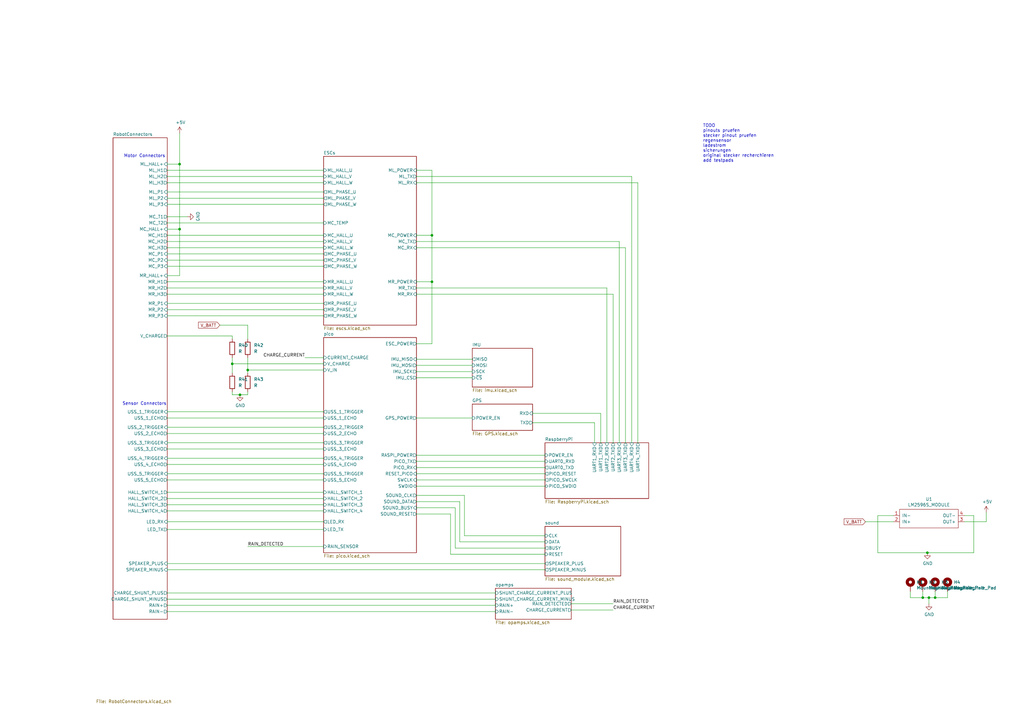
<source format=kicad_sch>
(kicad_sch (version 20211123) (generator eeschema)
  (paper "A3")
  (lib_symbols
    (symbol "Device:R" (pin_numbers hide) (pin_names (offset 0))
      (property "Reference" "R" (at 2.032 0 90))
      (property "Value" "R" (at 0 0 90))
      (symbol "R_0_1"
        (rectangle (start -1.016 -2.54) (end 1.016 2.54) (stroke (width 0.254)))
      )
      (symbol "R_1_1"
        (pin passive line (at 0 3.81 270) (length 1.27) (name "~") (number "1"))
        (pin passive line (at 0 -3.81 90) (length 1.27) (name "~") (number "2"))
      )
    )
    (symbol "Mechanical:MountingHole_Pad" (pin_numbers hide) (pin_names (offset 1.016) hide)
      (property "Reference" "H" (at 0 6.35 0))
      (property "Value" "MountingHole_Pad" (at 0 4.445 0))
      (symbol "MountingHole_Pad_0_1"
        (circle (center 0 1.27) (radius 1.27) (stroke (width 1.27)))
      )
      (symbol "MountingHole_Pad_1_1"
        (pin input line (at 0 -2.54 90) (length 2.54) (name "1") (number "1"))
      )
    )
    (symbol "MyModules:LM2596S_MODULE" (pin_names (offset 1.016))
      (property "Reference" "U" (at 0 0 0))
      (property "Value" "LM2596S_MODULE" (at 0 0 0))
      (symbol "LM2596S_MODULE_0_1"
        (rectangle (start 12.7 2.54) (end -11.43 10.16))
      )
      (symbol "LM2596S_MODULE_1_1"
        (pin power_in line (at 15.24 5.08 180) (length 2.54) (name "IN-") (number "1"))
        (pin power_in line (at 15.24 7.62 180) (length 2.54) (name "IN+") (number "2"))
        (pin power_out line (at -13.97 7.62 0) (length 2.54) (name "OUT+") (number "3"))
        (pin power_out line (at -13.97 5.08 0) (length 2.54) (name "OUT-") (number "4"))
      )
    )
    (symbol "power:+5V" (power) (pin_names (offset 0))
      (property "Value" "+5V" (at 0 3.556 0))
      (symbol "+5V_0_1"
        (polyline (pts (xy -0.762 1.27) (xy 0 2.54)))
        (polyline (pts (xy 0 0) (xy 0 2.54)))
        (polyline (pts (xy 0 2.54) (xy 0.762 1.27)))
      )
      (symbol "+5V_1_1"
        (pin power_in line (at 0 0 90) (length 0) hide (name "+5V") (number "1"))
      )
    )
    (symbol "power:GND" (power) (pin_names (offset 0))
      (property "Value" "GND" (at 0 -3.81 0))
      (symbol "GND_0_1"
        (polyline (pts (xy 0 0) (xy 0 -1.27) (xy 1.27 -1.27) (xy 0 -2.54) (xy -1.27 -1.27) (xy 0 -1.27)))
      )
      (symbol "GND_1_1"
        (pin power_in line (at 0 0 270) (length 0) hide (name "GND") (number "1"))
      )
    )
  )
  (junction (at 73.66 93.98))
  (junction (at 101.6 151.765))
  (junction (at 95.25 149.225))
  (junction (at 98.425 161.925))
  (junction (at 381 245.11))
  (junction (at 383.54 245.11))
  (junction (at 380.365 226.695))
  (junction (at 378.46 245.11))
  (junction (at 177.165 115.57))
  (junction (at 73.66 67.31))
  (junction (at 177.165 96.52))
  (wire (pts (xy 218.44 169.545) (xy 246.38 169.545)))
  (wire (pts (xy 68.58 213.995) (xy 132.715 213.995)))
  (wire (pts (xy 68.58 217.17) (xy 132.715 217.17)))
  (wire (pts (xy 188.595 222.25) (xy 188.595 205.74)))
  (wire (pts (xy 68.58 99.06) (xy 132.715 99.06)))
  (wire (pts (xy 246.38 169.545) (xy 246.38 181.61)))
  (wire (pts (xy 68.58 190.5) (xy 132.715 190.5)))
  (wire (pts (xy 101.6 224.155) (xy 132.715 224.155)))
  (wire (pts (xy 101.6 153.035) (xy 101.6 151.765)))
  (wire (pts (xy 366.395 211.455) (xy 360.045 211.455)))
  (wire (pts (xy 68.58 104.14) (xy 132.715 104.14)))
  (wire (pts (xy 399.415 226.695) (xy 380.365 226.695)))
  (wire (pts (xy 177.165 115.57) (xy 177.165 96.52)))
  (wire (pts (xy 95.25 137.795) (xy 95.25 139.065)))
  (wire (pts (xy 68.58 74.93) (xy 132.715 74.93)))
  (wire (pts (xy 218.44 173.355) (xy 243.84 173.355)))
  (wire (pts (xy 188.595 205.74) (xy 170.815 205.74)))
  (wire (pts (xy 170.815 152.4) (xy 193.675 152.4)))
  (wire (pts (xy 378.46 242.57) (xy 378.46 245.11)))
  (wire (pts (xy 68.58 187.96) (xy 132.715 187.96)))
  (wire (pts (xy 381 245.11) (xy 381 247.65)))
  (wire (pts (xy 68.58 184.15) (xy 132.715 184.15)))
  (wire (pts (xy 223.52 222.25) (xy 188.595 222.25)))
  (wire (pts (xy 68.58 194.31) (xy 132.715 194.31)))
  (wire (pts (xy 170.815 154.94) (xy 193.675 154.94)))
  (wire (pts (xy 399.415 211.455) (xy 399.415 226.695)))
  (wire (pts (xy 95.25 149.225) (xy 95.25 153.035)))
  (wire (pts (xy 68.58 118.11) (xy 132.715 118.11)))
  (wire (pts (xy 90.17 133.35) (xy 101.6 133.35)))
  (wire (pts (xy 190.5 203.2) (xy 190.5 219.71)))
  (wire (pts (xy 170.815 140.97) (xy 177.165 140.97)))
  (wire (pts (xy 101.6 151.765) (xy 132.715 151.765)))
  (wire (pts (xy 95.25 160.655) (xy 95.25 161.925)))
  (wire (pts (xy 170.815 96.52) (xy 177.165 96.52)))
  (wire (pts (xy 170.815 149.86) (xy 193.675 149.86)))
  (wire (pts (xy 383.54 245.11) (xy 388.62 245.11)))
  (wire (pts (xy 373.38 245.11) (xy 378.46 245.11)))
  (wire (pts (xy 223.52 227.33) (xy 184.785 227.33)))
  (wire (pts (xy 381 245.11) (xy 383.54 245.11)))
  (wire (pts (xy 68.58 120.65) (xy 132.715 120.65)))
  (wire (pts (xy 73.66 113.03) (xy 73.66 93.98)))
  (wire (pts (xy 68.58 93.98) (xy 73.66 93.98)))
  (wire (pts (xy 68.58 137.795) (xy 95.25 137.795)))
  (wire (pts (xy 68.58 204.47) (xy 132.715 204.47)))
  (wire (pts (xy 68.58 67.31) (xy 73.66 67.31)))
  (wire (pts (xy 95.25 146.685) (xy 95.25 149.225)))
  (wire (pts (xy 170.815 203.2) (xy 190.5 203.2)))
  (wire (pts (xy 95.25 149.225) (xy 132.715 149.225)))
  (wire (pts (xy 170.815 191.77) (xy 223.52 191.77)))
  (wire (pts (xy 68.58 209.55) (xy 132.715 209.55)))
  (wire (pts (xy 170.815 194.31) (xy 223.52 194.31)))
  (wire (pts (xy 68.58 81.28) (xy 132.715 81.28)))
  (wire (pts (xy 68.58 78.74) (xy 132.715 78.74)))
  (wire (pts (xy 101.6 161.925) (xy 101.6 160.655)))
  (wire (pts (xy 170.815 147.32) (xy 193.675 147.32)))
  (wire (pts (xy 68.58 88.9) (xy 76.835 88.9)))
  (wire (pts (xy 186.69 208.28) (xy 186.69 224.79)))
  (wire (pts (xy 170.815 196.85) (xy 223.52 196.85)))
  (wire (pts (xy 68.58 207.01) (xy 132.715 207.01)))
  (wire (pts (xy 261.62 74.93) (xy 261.62 181.61)))
  (wire (pts (xy 360.045 211.455) (xy 360.045 226.695)))
  (wire (pts (xy 404.495 213.995) (xy 404.495 210.185)))
  (wire (pts (xy 68.58 177.8) (xy 132.715 177.8)))
  (wire (pts (xy 68.58 129.54) (xy 132.715 129.54)))
  (wire (pts (xy 101.6 146.685) (xy 101.6 151.765)))
  (wire (pts (xy 170.815 208.28) (xy 186.69 208.28)))
  (wire (pts (xy 256.54 101.6) (xy 256.54 181.61)))
  (wire (pts (xy 190.5 219.71) (xy 223.52 219.71)))
  (wire (pts (xy 388.62 245.11) (xy 388.62 242.57)))
  (wire (pts (xy 177.165 96.52) (xy 177.165 69.85)))
  (wire (pts (xy 170.815 171.45) (xy 193.675 171.45)))
  (wire (pts (xy 186.69 224.79) (xy 223.52 224.79)))
  (wire (pts (xy 68.58 175.26) (xy 132.715 175.26)))
  (wire (pts (xy 101.6 133.35) (xy 101.6 139.065)))
  (wire (pts (xy 132.715 146.685) (xy 125.095 146.685)))
  (wire (pts (xy 170.815 74.93) (xy 261.62 74.93)))
  (wire (pts (xy 170.815 118.11) (xy 248.92 118.11)))
  (wire (pts (xy 68.58 72.39) (xy 132.715 72.39)))
  (wire (pts (xy 243.84 173.355) (xy 243.84 181.61)))
  (wire (pts (xy 73.66 67.31) (xy 73.66 93.98)))
  (wire (pts (xy 68.58 243.205) (xy 203.2 243.205)))
  (wire (pts (xy 73.66 67.31) (xy 73.66 54.61)))
  (wire (pts (xy 68.58 168.91) (xy 132.715 168.91)))
  (wire (pts (xy 170.815 199.39) (xy 223.52 199.39)))
  (wire (pts (xy 68.58 91.44) (xy 132.715 91.44)))
  (wire (pts (xy 68.58 69.85) (xy 132.715 69.85)))
  (wire (pts (xy 68.58 96.52) (xy 132.715 96.52)))
  (wire (pts (xy 68.58 196.85) (xy 132.715 196.85)))
  (wire (pts (xy 68.58 124.46) (xy 132.715 124.46)))
  (wire (pts (xy 234.315 250.19) (xy 251.46 250.19)))
  (wire (pts (xy 177.165 69.85) (xy 170.815 69.85)))
  (wire (pts (xy 259.08 72.39) (xy 259.08 181.61)))
  (wire (pts (xy 68.58 115.57) (xy 132.715 115.57)))
  (wire (pts (xy 378.46 245.11) (xy 381 245.11)))
  (wire (pts (xy 68.58 83.82) (xy 132.715 83.82)))
  (wire (pts (xy 68.58 233.68) (xy 223.52 233.68)))
  (wire (pts (xy 68.58 127) (xy 132.715 127)))
  (wire (pts (xy 184.785 210.82) (xy 170.815 210.82)))
  (wire (pts (xy 68.58 250.825) (xy 203.2 250.825)))
  (wire (pts (xy 170.815 115.57) (xy 177.165 115.57)))
  (wire (pts (xy 170.815 189.23) (xy 223.52 189.23)))
  (wire (pts (xy 177.165 140.97) (xy 177.165 115.57)))
  (wire (pts (xy 254 99.06) (xy 254 181.61)))
  (wire (pts (xy 184.785 210.82) (xy 184.785 227.33)))
  (wire (pts (xy 68.58 245.745) (xy 203.2 245.745)))
  (wire (pts (xy 170.815 101.6) (xy 256.54 101.6)))
  (wire (pts (xy 98.425 161.925) (xy 101.6 161.925)))
  (wire (pts (xy 68.58 106.68) (xy 132.715 106.68)))
  (wire (pts (xy 251.46 120.65) (xy 251.46 181.61)))
  (wire (pts (xy 373.38 242.57) (xy 373.38 245.11)))
  (wire (pts (xy 68.58 113.03) (xy 73.66 113.03)))
  (wire (pts (xy 95.25 161.925) (xy 98.425 161.925)))
  (wire (pts (xy 68.58 231.14) (xy 223.52 231.14)))
  (wire (pts (xy 170.815 120.65) (xy 251.46 120.65)))
  (wire (pts (xy 170.815 72.39) (xy 259.08 72.39)))
  (wire (pts (xy 354.965 213.995) (xy 366.395 213.995)))
  (wire (pts (xy 68.58 248.285) (xy 203.2 248.285)))
  (wire (pts (xy 170.815 99.06) (xy 254 99.06)))
  (wire (pts (xy 383.54 242.57) (xy 383.54 245.11)))
  (wire (pts (xy 395.605 211.455) (xy 399.415 211.455)))
  (wire (pts (xy 68.58 109.22) (xy 132.715 109.22)))
  (wire (pts (xy 170.815 186.69) (xy 223.52 186.69)))
  (wire (pts (xy 380.365 226.695) (xy 360.045 226.695)))
  (wire (pts (xy 68.58 171.45) (xy 132.715 171.45)))
  (wire (pts (xy 395.605 213.995) (xy 404.495 213.995)))
  (wire (pts (xy 68.58 201.93) (xy 132.715 201.93)))
  (wire (pts (xy 248.92 118.11) (xy 248.92 181.61)))
  (wire (pts (xy 68.58 181.61) (xy 132.715 181.61)))
  (wire (pts (xy 234.315 247.65) (xy 251.46 247.65)))
  (wire (pts (xy 68.58 101.6) (xy 132.715 101.6)))
  (text "Sensor Connectors" (at 50.165 166.37 0) (effects (font (size 1.27 1.27)) (justify left bottom)))
  (text "TODO\npinouts pruefen\nstecker pinout pruefen\nregensensor\nladestrom\nsicherungen\noriginal stecker recherchieren\nadd testpads" (at 288.29 66.675 0) (effects (font (size 1.27 1.27)) (justify left bottom)))
  (text "Motor Connectors" (at 50.8 64.77 0) (effects (font (size 1.27 1.27)) (justify left bottom)))
  (label "RAIN_DETECTED" (at 251.46 247.65 0))
  (label "RAIN_DETECTED" (at 101.6 224.155 0))
  (label "CHARGE_CURRENT" (at 125.095 146.685 180))
  (label "CHARGE_CURRENT" (at 251.46 250.19 0))
  (global_label "V_BATT" (shape input) (at 354.965 213.995 180) (property "Intersheet References" "${INTERSHEET_REFS}" (effects hide)))
  (global_label "V_BATT" (shape input) (at 90.17 133.35 180) (property "Intersheet References" "${INTERSHEET_REFS}" (effects hide)))
  (symbol (lib_id "Mechanical:MountingHole_Pad") (at 373.38 240.03 0) (unit 1)
    (property "Reference" "H1" (at 375.92 238.7854 0) (effects (justify left)))
    (property "Value" "MountingHole_Pad" (at 375.92 241.0968 0) (effects (justify left)))
    (property "Footprint" "MountingHole:MountingHole_5mm_Pad" (effects hide))
  )
  (symbol (lib_id "Mechanical:MountingHole_Pad") (at 378.46 240.03 0) (unit 1)
    (property "Reference" "H2" (at 381 238.7854 0) (effects (justify left)))
    (property "Value" "MountingHole_Pad" (at 381 241.0968 0) (effects (justify left)))
    (property "Footprint" "MountingHole:MountingHole_5mm_Pad" (effects hide))
  )
  (symbol (lib_id "Mechanical:MountingHole_Pad") (at 383.54 240.03 0) (unit 1)
    (property "Reference" "H3" (at 386.08 238.7854 0) (effects (justify left)))
    (property "Value" "MountingHole_Pad" (at 386.08 241.0968 0) (effects (justify left)))
    (property "Footprint" "MountingHole:MountingHole_5mm_Pad" (effects hide))
  )
  (symbol (lib_id "Mechanical:MountingHole_Pad") (at 388.62 240.03 0) (unit 1)
    (property "Reference" "H4" (at 391.16 238.7854 0) (effects (justify left)))
    (property "Value" "MountingHole_Pad" (at 391.16 241.0968 0) (effects (justify left)))
    (property "Footprint" "MountingHole:MountingHole_5mm_Pad" (effects hide))
  )
  (symbol (lib_id "power:GND") (at 381 247.65 0) (unit 1)
    (property "Reference" "#PWR0102" (effects hide))
    (property "Value" "GND" (at 381.127 252.0442 0))
  )
  (symbol (lib_id "MyModules:LM2596S_MODULE") (at 381.635 206.375 180) (unit 1)
    (property "Reference" "U1" (at 381 204.724 0))
    (property "Value" "LM2596S_MODULE" (at 381 207.0354 0))
    (property "Footprint" "MyModules:LM2596S_MODULE" (effects hide))
  )
  (symbol (lib_id "power:GND") (at 380.365 226.695 0) (unit 1)
    (property "Reference" "#PWR0106" (effects hide))
    (property "Value" "GND" (at 380.492 231.0892 0))
  )
  (symbol (lib_id "power:+5V") (at 404.495 210.185 0) (unit 1)
    (property "Reference" "#PWR0107" (effects hide))
    (property "Value" "+5V" (at 404.876 205.7908 0))
  )
  (symbol (lib_id "Device:R") (at 101.6 156.845 180) (unit 1)
    (property "Reference" "R43" (at 104.14 155.5749 0) (effects (justify right)))
    (property "Value" "R" (at 104.14 158.1149 0) (effects (justify right)))
    (property "Footprint" "Resistor_SMD:R_0805_2012Metric_Pad1.20x1.40mm_HandSolder" (effects hide))
  )
  (symbol (lib_id "Device:R") (at 101.6 142.875 180) (unit 1)
    (property "Reference" "R42" (at 104.14 141.6049 0) (effects (justify right)))
    (property "Value" "R" (at 104.14 144.1449 0) (effects (justify right)))
    (property "Footprint" "Resistor_SMD:R_0805_2012Metric_Pad1.20x1.40mm_HandSolder" (effects hide))
  )
  (symbol (lib_id "power:GND") (at 98.425 161.925 0) (unit 1)
    (property "Reference" "#PWR0112" (effects hide))
    (property "Value" "GND" (at 98.552 166.3192 0))
  )
  (symbol (lib_id "power:GND") (at 76.835 88.9 90) (unit 1)
    (property "Reference" "#PWR0110" (effects hide))
    (property "Value" "GND" (at 81.2292 88.773 0))
  )
  (symbol (lib_id "Device:R") (at 95.25 156.845 180) (unit 1)
    (property "Reference" "R41" (at 97.79 155.5749 0) (effects (justify right)))
    (property "Value" "R" (at 97.79 158.1149 0) (effects (justify right)))
    (property "Footprint" "Resistor_SMD:R_0805_2012Metric_Pad1.20x1.40mm_HandSolder" (effects hide))
  )
  (symbol (lib_id "Device:R") (at 95.25 142.875 180) (unit 1)
    (property "Reference" "R40" (at 97.79 141.6049 0) (effects (justify right)))
    (property "Value" "R" (at 97.79 144.1449 0) (effects (justify right)))
    (property "Footprint" "Resistor_SMD:R_0805_2012Metric_Pad1.20x1.40mm_HandSolder" (effects hide))
  )
  (symbol (lib_id "power:+5V") (at 73.66 54.61 0) (unit 1)
    (property "Reference" "#PWR0117" (effects hide))
    (property "Value" "+5V" (at 74.041 50.2158 0))
  )
  (sheet (at 46.355 56.515) (size 22.225 197.485)
    (property "Sheet name" "RobotConnectors" (at 46.355 55.8034 0) (effects (justify left bottom)))
    (property "Sheet file" "RobotConnectors.kicad_sch" (at 39.37 286.9696 0) (effects (justify left top)))
    (pin "MR_P3" input (at 68.58 129.54 0))
    (pin "MR_P2" input (at 68.58 127 0))
    (pin "MR_P1" input (at 68.58 124.46 0))
    (pin "MC_P3" input (at 68.58 109.22 0))
    (pin "MC_P2" input (at 68.58 106.68 0))
    (pin "MC_P1" input (at 68.58 104.14 0))
    (pin "ML_P2" input (at 68.58 81.28 0))
    (pin "ML_P1" input (at 68.58 78.74 0))
    (pin "ML_H1" output (at 68.58 69.85 0))
    (pin "ML_H2" output (at 68.58 72.39 0))
    (pin "ML_H3" output (at 68.58 74.93 0))
    (pin "MC_T1" output (at 68.58 88.9 0))
    (pin "MC_T2" output (at 68.58 91.44 0))
    (pin "MR_H1" output (at 68.58 115.57 0))
    (pin "MR_H2" output (at 68.58 118.11 0))
    (pin "MR_H3" output (at 68.58 120.65 0))
    (pin "V_CHARGE" output (at 68.58 137.795 0))
    (pin "MC_H1" output (at 68.58 96.52 0))
    (pin "MC_H2" output (at 68.58 99.06 0))
    (pin "MC_H3" output (at 68.58 101.6 0))
    (pin "ML_HALL+" input (at 68.58 67.31 0))
    (pin "MR_HALL+" input (at 68.58 113.03 0))
    (pin "MC_HALL+" input (at 68.58 93.98 0))
    (pin "ML_P3" input (at 68.58 83.82 0))
    (pin "USS_1_TRIGGER" input (at 68.58 168.91 0))
    (pin "USS_2_TRIGGER" input (at 68.58 175.26 0))
    (pin "USS_3_TRIGGER" input (at 68.58 181.61 0))
    (pin "USS_4_TRIGGER" input (at 68.58 187.96 0))
    (pin "USS_5_TRIGGER" input (at 68.58 194.31 0))
    (pin "USS_2_ECHO" output (at 68.58 177.8 0))
    (pin "USS_3_ECHO" output (at 68.58 184.15 0))
    (pin "USS_1_ECHO" output (at 68.58 171.45 0))
    (pin "USS_4_ECHO" output (at 68.58 190.5 0))
    (pin "USS_5_ECHO" output (at 68.58 196.85 0))
    (pin "HALL_SWITCH_1" output (at 68.58 201.93 0))
    (pin "HALL_SWITCH_3" output (at 68.58 207.01 0))
    (pin "HALL_SWITCH_2" output (at 68.58 204.47 0))
    (pin "HALL_SWITCH_4" output (at 68.58 209.55 0))
    (pin "RAIN+" output (at 68.58 248.285 0))
    (pin "RAIN-" output (at 68.58 250.825 0))
    (pin "LED_TX" output (at 68.58 217.17 0))
    (pin "LED_RX" input (at 68.58 213.995 0))
    (pin "SPEAKER_PLUS" input (at 68.58 231.14 0))
    (pin "SPEAKER_MINUS" input (at 68.58 233.68 0))
    (pin "CHARGE_SHUNT_PLUS" output (at 68.58 243.205 0))
    (pin "CHARGE_SHUNT_MINUS" output (at 68.58 245.745 0))
  )
  (sheet (at 223.52 181.61) (size 42.545 22.86)
    (property "Sheet name" "RaspberryPi" (at 223.52 180.8984 0) (effects (justify left bottom)))
    (property "Sheet file" "RaspberryPi.kicad_sch" (at 223.52 205.0546 0) (effects (justify left top)))
    (pin "POWER_EN" input (at 223.52 186.69 180))
    (pin "PICO_RESET" output (at 223.52 194.31 180))
    (pin "PICO_SWDIO" bidirectional (at 223.52 199.39 180))
    (pin "PICO_SWCLK" output (at 223.52 196.85 180))
    (pin "UART1_TXD" output (at 246.38 181.61 90))
    (pin "UART2_TXD" output (at 251.46 181.61 90))
    (pin "UART2_RXD" input (at 248.92 181.61 90))
    (pin "UART3_RXD" input (at 254 181.61 90))
    (pin "UART4_RXD" input (at 259.08 181.61 90))
    (pin "UART1_RXD" input (at 243.84 181.61 90))
    (pin "UART4_TXD" output (at 261.62 181.61 90))
    (pin "UART0_TXD" output (at 223.52 191.77 180))
    (pin "UART0_RXD" input (at 223.52 189.23 180))
    (pin "UART3_TXD" output (at 256.54 181.61 90))
  )
  (sheet (at 193.675 165.735) (size 24.765 10.795)
    (property "Sheet name" "GPS" (at 193.675 165.0234 0) (effects (justify left bottom)))
    (property "Sheet file" "GPS.kicad_sch" (at 193.675 177.1146 0) (effects (justify left top)))
    (pin "RXD" input (at 218.44 169.545 0))
    (pin "TXD" output (at 218.44 173.355 0))
    (pin "POWER_EN" input (at 193.675 171.45 180))
  )
  (sheet (at 223.52 215.9) (size 31.115 20.32) (stroke (width 0.1524))
    (property "Sheet name" "sound" (at 223.52 215.1884 0) (effects (justify left bottom)))
    (property "Sheet file" "sound_module.kicad_sch" (at 223.52 236.8046 0) (effects (justify left top)))
    (pin "BUSY" output (at 223.52 224.79 180))
    (pin "DATA" input (at 223.52 222.25 180))
    (pin "CLK" input (at 223.52 219.71 180))
    (pin "RESET" input (at 223.52 227.33 180))
    (pin "SPEAKER_PLUS" output (at 223.52 231.14 180))
    (pin "SPEAKER_MINUS" output (at 223.52 233.68 180))
  )
  (sheet (at 203.2 241.3) (size 31.115 12.7) (stroke (width 0.1524))
    (property "Sheet name" "opamps" (at 203.2 240.5884 0) (effects (justify left bottom)))
    (property "Sheet file" "opamps.kicad_sch" (at 203.2 254.5846 0) (effects (justify left top)))
    (pin "RAIN_DETECTED" output (at 234.315 247.65 0))
    (pin "RAIN-" input (at 203.2 250.825 180))
    (pin "RAIN+" input (at 203.2 248.285 180))
    (pin "CHARGE_CURRENT" output (at 234.315 250.19 0))
    (pin "SHUNT_CHARGE_CURRENT_PLUS" input (at 203.2 243.205 180))
    (pin "SHUNT_CHARGE_CURRENT_MINUS" input (at 203.2 245.745 180))
  )
  (sheet (at 132.715 64.135) (size 38.1 69.215) (stroke (width 0.1524))
    (property "Sheet name" "ESCs" (at 132.715 63.4234 0) (effects (justify left bottom)))
    (property "Sheet file" "escs.kicad_sch" (at 132.715 133.9346 0) (effects (justify left top)))
    (pin "MC_PHASE_V" output (at 132.715 106.68 180))
    (pin "MC_PHASE_W" output (at 132.715 109.22 180))
    (pin "MC_HALL_U" input (at 132.715 96.52 180))
    (pin "MC_HALL_V" input (at 132.715 99.06 180))
    (pin "MC_HALL_W" input (at 132.715 101.6 180))
    (pin "MC_TEMP" input (at 132.715 91.44 180))
    (pin "MC_PHASE_U" output (at 132.715 104.14 180))
    (pin "MR_TX" output (at 170.815 118.11 0))
    (pin "MR_RX" input (at 170.815 120.65 0))
    (pin "ML_PHASE_V" output (at 132.715 81.28 180))
    (pin "ML_PHASE_U" output (at 132.715 78.74 180))
    (pin "ML_PHASE_W" output (at 132.715 83.82 180))
    (pin "ML_HALL_V" input (at 132.715 72.39 180))
    (pin "ML_HALL_W" input (at 132.715 74.93 180))
    (pin "ML_HALL_U" input (at 132.715 69.85 180))
    (pin "MC_POWER" input (at 170.815 96.52 0))
    (pin "MC_TX" output (at 170.815 99.06 0))
    (pin "MC_RX" input (at 170.815 101.6 0))
    (pin "ML_RX" input (at 170.815 74.93 0))
    (pin "ML_TX" output (at 170.815 72.39 0))
    (pin "ML_POWER" input (at 170.815 69.85 0))
    (pin "MR_PHASE_V" output (at 132.715 127 180))
    (pin "MR_HALL_V" input (at 132.715 118.11 180))
    (pin "MR_PHASE_U" output (at 132.715 124.46 180))
    (pin "MR_HALL_U" input (at 132.715 115.57 180))
    (pin "MR_HALL_W" input (at 132.715 120.65 180))
    (pin "MR_PHASE_W" output (at 132.715 129.54 180))
    (pin "MR_POWER" input (at 170.815 115.57 0))
  )
  (sheet (at 132.715 138.43) (size 38.1 88.265) (stroke (width 0.1524))
    (property "Sheet name" "pico" (at 132.715 137.7184 0) (effects (justify left bottom)))
    (property "Sheet file" "pico.kicad_sch" (at 132.715 227.2796 0) (effects (justify left top)))
    (pin "ESC_POWER" output (at 170.815 140.97 0))
    (pin "LED_RX" output (at 132.715 213.995 180))
    (pin "LED_TX" input (at 132.715 217.17 180))
    (pin "CURRENT_CHARGE" input (at 132.715 146.685 180))
    (pin "V_CHARGE" input (at 132.715 149.225 180))
    (pin "V_IN" input (at 132.715 151.765 180))
    (pin "RESET_PICO" input (at 170.815 194.31 0))
    (pin "SOUND_CLK" output (at 170.815 203.2 0))
    (pin "SOUND_DATA" output (at 170.815 205.74 0))
    (pin "SOUND_BUSY" input (at 170.815 208.28 0))
    (pin "SOUND_RESET" output (at 170.815 210.82 0))
    (pin "RASPI_POWER" output (at 170.815 186.69 0))
    (pin "GPS_POWER" output (at 170.815 171.45 0))
    (pin "RAIN_SENSOR" input (at 132.715 224.155 180))
    (pin "USS_3_TRIGGER" output (at 132.715 181.61 180))
    (pin "USS_1_TRIGGER" output (at 132.715 168.91 180))
    (pin "USS_2_TRIGGER" output (at 132.715 175.26 180))
    (pin "USS_4_TRIGGER" output (at 132.715 187.96 180))
    (pin "USS_5_TRIGGER" output (at 132.715 194.31 180))
    (pin "USS_1_ECHO" input (at 132.715 171.45 180))
    (pin "USS_4_ECHO" input (at 132.715 190.5 180))
    (pin "USS_3_ECHO" input (at 132.715 184.15 180))
    (pin "USS_2_ECHO" input (at 132.715 177.8 180))
    (pin "USS_5_ECHO" input (at 132.715 196.85 180))
    (pin "HALL_SWITCH_4" input (at 132.715 209.55 180))
    (pin "HALL_SWITCH_2" input (at 132.715 204.47 180))
    (pin "HALL_SWITCH_3" input (at 132.715 207.01 180))
    (pin "HALL_SWITCH_1" input (at 132.715 201.93 180))
    (pin "IMU_MISO" input (at 170.815 147.32 0))
    (pin "IMU_SCK" output (at 170.815 152.4 0))
    (pin "IMU_CS" output (at 170.815 154.94 0))
    (pin "IMU_MOSI" output (at 170.815 149.86 0))
    (pin "SWCLK" input (at 170.815 196.85 0))
    (pin "SWDIO" bidirectional (at 170.815 199.39 0))
    (pin "PICO_TX" output (at 170.815 189.23 0))
    (pin "PICO_RX" input (at 170.815 191.77 0))
  )
  (sheet (at 193.675 142.875) (size 24.765 15.875) (stroke (width 0.1524))
    (property "Sheet name" "IMU" (at 193.675 142.1634 0) (effects (justify left bottom)))
    (property "Sheet file" "imu.kicad_sch" (at 193.675 159.3346 0) (effects (justify left top)))
    (pin "SCK" input (at 193.675 152.4 180))
    (pin "MISO" output (at 193.675 147.32 180))
    (pin "MOSI" input (at 193.675 149.86 180))
    (pin "~{CS}" input (at 193.675 154.94 180))
  )
)
</source>
